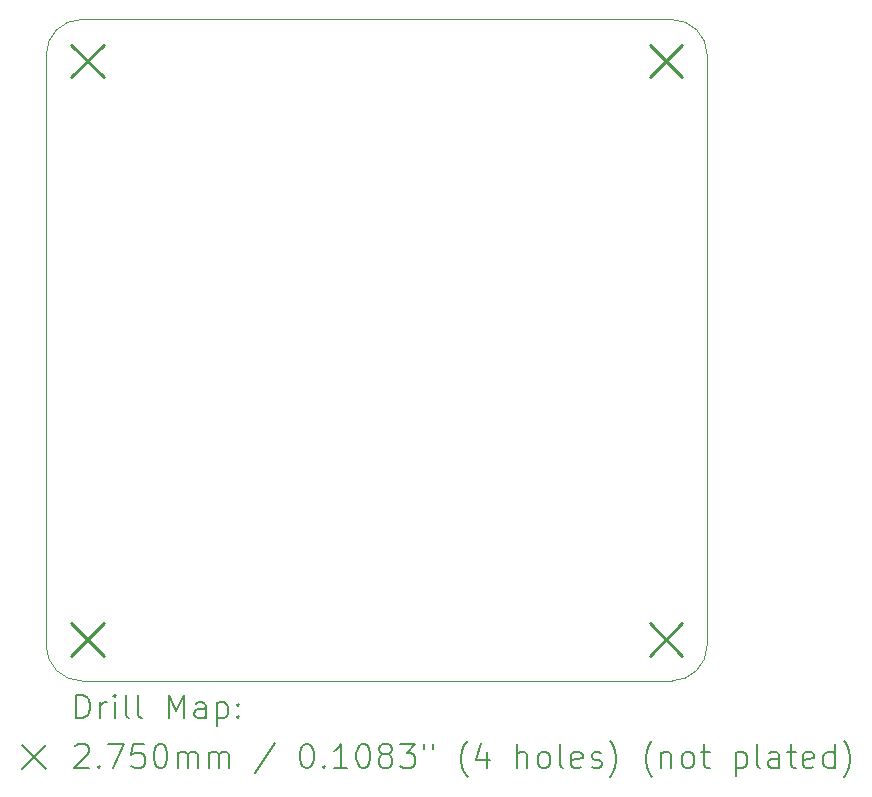
<source format=gbr>
%TF.GenerationSoftware,KiCad,Pcbnew,8.0.6*%
%TF.CreationDate,2024-10-19T21:44:49+02:00*%
%TF.ProjectId,595-PM-EXT,3539352d-504d-42d4-9558-542e6b696361,rev?*%
%TF.SameCoordinates,Original*%
%TF.FileFunction,Drillmap*%
%TF.FilePolarity,Positive*%
%FSLAX45Y45*%
G04 Gerber Fmt 4.5, Leading zero omitted, Abs format (unit mm)*
G04 Created by KiCad (PCBNEW 8.0.6) date 2024-10-19 21:44:49*
%MOMM*%
%LPD*%
G01*
G04 APERTURE LIST*
%ADD10C,0.100000*%
%ADD11C,0.200000*%
%ADD12C,0.275000*%
G04 APERTURE END LIST*
D10*
X10280000Y-10550000D02*
G75*
G02*
X9980000Y-10250000I0J300000D01*
G01*
X15576000Y-10250000D02*
G75*
G02*
X15276000Y-10550000I-300000J0D01*
G01*
X9980000Y-5250000D02*
X9980000Y-8650000D01*
X15276000Y-4950000D02*
G75*
G02*
X15576000Y-5250000I0J-300000D01*
G01*
X10280000Y-10550000D02*
X15276000Y-10550000D01*
X15276000Y-4950000D02*
X10280000Y-4950000D01*
X9980000Y-8650000D02*
X9980000Y-10250000D01*
X9980000Y-5250000D02*
G75*
G02*
X10280000Y-4950000I300000J0D01*
G01*
X15576000Y-10250000D02*
X15576000Y-5250000D01*
D11*
D12*
X10192500Y-5166500D02*
X10467500Y-5441500D01*
X10467500Y-5166500D02*
X10192500Y-5441500D01*
X10192500Y-10062500D02*
X10467500Y-10337500D01*
X10467500Y-10062500D02*
X10192500Y-10337500D01*
X15088500Y-5166500D02*
X15363500Y-5441500D01*
X15363500Y-5166500D02*
X15088500Y-5441500D01*
X15088500Y-10062500D02*
X15363500Y-10337500D01*
X15363500Y-10062500D02*
X15088500Y-10337500D01*
D11*
X10235777Y-10866484D02*
X10235777Y-10666484D01*
X10235777Y-10666484D02*
X10283396Y-10666484D01*
X10283396Y-10666484D02*
X10311967Y-10676008D01*
X10311967Y-10676008D02*
X10331015Y-10695055D01*
X10331015Y-10695055D02*
X10340539Y-10714103D01*
X10340539Y-10714103D02*
X10350063Y-10752198D01*
X10350063Y-10752198D02*
X10350063Y-10780770D01*
X10350063Y-10780770D02*
X10340539Y-10818865D01*
X10340539Y-10818865D02*
X10331015Y-10837912D01*
X10331015Y-10837912D02*
X10311967Y-10856960D01*
X10311967Y-10856960D02*
X10283396Y-10866484D01*
X10283396Y-10866484D02*
X10235777Y-10866484D01*
X10435777Y-10866484D02*
X10435777Y-10733150D01*
X10435777Y-10771246D02*
X10445301Y-10752198D01*
X10445301Y-10752198D02*
X10454824Y-10742674D01*
X10454824Y-10742674D02*
X10473872Y-10733150D01*
X10473872Y-10733150D02*
X10492920Y-10733150D01*
X10559586Y-10866484D02*
X10559586Y-10733150D01*
X10559586Y-10666484D02*
X10550063Y-10676008D01*
X10550063Y-10676008D02*
X10559586Y-10685531D01*
X10559586Y-10685531D02*
X10569110Y-10676008D01*
X10569110Y-10676008D02*
X10559586Y-10666484D01*
X10559586Y-10666484D02*
X10559586Y-10685531D01*
X10683396Y-10866484D02*
X10664348Y-10856960D01*
X10664348Y-10856960D02*
X10654824Y-10837912D01*
X10654824Y-10837912D02*
X10654824Y-10666484D01*
X10788158Y-10866484D02*
X10769110Y-10856960D01*
X10769110Y-10856960D02*
X10759586Y-10837912D01*
X10759586Y-10837912D02*
X10759586Y-10666484D01*
X11016729Y-10866484D02*
X11016729Y-10666484D01*
X11016729Y-10666484D02*
X11083396Y-10809341D01*
X11083396Y-10809341D02*
X11150063Y-10666484D01*
X11150063Y-10666484D02*
X11150063Y-10866484D01*
X11331015Y-10866484D02*
X11331015Y-10761722D01*
X11331015Y-10761722D02*
X11321491Y-10742674D01*
X11321491Y-10742674D02*
X11302443Y-10733150D01*
X11302443Y-10733150D02*
X11264348Y-10733150D01*
X11264348Y-10733150D02*
X11245301Y-10742674D01*
X11331015Y-10856960D02*
X11311967Y-10866484D01*
X11311967Y-10866484D02*
X11264348Y-10866484D01*
X11264348Y-10866484D02*
X11245301Y-10856960D01*
X11245301Y-10856960D02*
X11235777Y-10837912D01*
X11235777Y-10837912D02*
X11235777Y-10818865D01*
X11235777Y-10818865D02*
X11245301Y-10799817D01*
X11245301Y-10799817D02*
X11264348Y-10790293D01*
X11264348Y-10790293D02*
X11311967Y-10790293D01*
X11311967Y-10790293D02*
X11331015Y-10780770D01*
X11426253Y-10733150D02*
X11426253Y-10933150D01*
X11426253Y-10742674D02*
X11445301Y-10733150D01*
X11445301Y-10733150D02*
X11483396Y-10733150D01*
X11483396Y-10733150D02*
X11502443Y-10742674D01*
X11502443Y-10742674D02*
X11511967Y-10752198D01*
X11511967Y-10752198D02*
X11521491Y-10771246D01*
X11521491Y-10771246D02*
X11521491Y-10828389D01*
X11521491Y-10828389D02*
X11511967Y-10847436D01*
X11511967Y-10847436D02*
X11502443Y-10856960D01*
X11502443Y-10856960D02*
X11483396Y-10866484D01*
X11483396Y-10866484D02*
X11445301Y-10866484D01*
X11445301Y-10866484D02*
X11426253Y-10856960D01*
X11607205Y-10847436D02*
X11616729Y-10856960D01*
X11616729Y-10856960D02*
X11607205Y-10866484D01*
X11607205Y-10866484D02*
X11597682Y-10856960D01*
X11597682Y-10856960D02*
X11607205Y-10847436D01*
X11607205Y-10847436D02*
X11607205Y-10866484D01*
X11607205Y-10742674D02*
X11616729Y-10752198D01*
X11616729Y-10752198D02*
X11607205Y-10761722D01*
X11607205Y-10761722D02*
X11597682Y-10752198D01*
X11597682Y-10752198D02*
X11607205Y-10742674D01*
X11607205Y-10742674D02*
X11607205Y-10761722D01*
X9775000Y-11095000D02*
X9975000Y-11295000D01*
X9975000Y-11095000D02*
X9775000Y-11295000D01*
X10226253Y-11105531D02*
X10235777Y-11096008D01*
X10235777Y-11096008D02*
X10254824Y-11086484D01*
X10254824Y-11086484D02*
X10302444Y-11086484D01*
X10302444Y-11086484D02*
X10321491Y-11096008D01*
X10321491Y-11096008D02*
X10331015Y-11105531D01*
X10331015Y-11105531D02*
X10340539Y-11124579D01*
X10340539Y-11124579D02*
X10340539Y-11143627D01*
X10340539Y-11143627D02*
X10331015Y-11172198D01*
X10331015Y-11172198D02*
X10216729Y-11286484D01*
X10216729Y-11286484D02*
X10340539Y-11286484D01*
X10426253Y-11267436D02*
X10435777Y-11276960D01*
X10435777Y-11276960D02*
X10426253Y-11286484D01*
X10426253Y-11286484D02*
X10416729Y-11276960D01*
X10416729Y-11276960D02*
X10426253Y-11267436D01*
X10426253Y-11267436D02*
X10426253Y-11286484D01*
X10502444Y-11086484D02*
X10635777Y-11086484D01*
X10635777Y-11086484D02*
X10550063Y-11286484D01*
X10807205Y-11086484D02*
X10711967Y-11086484D01*
X10711967Y-11086484D02*
X10702444Y-11181722D01*
X10702444Y-11181722D02*
X10711967Y-11172198D01*
X10711967Y-11172198D02*
X10731015Y-11162674D01*
X10731015Y-11162674D02*
X10778634Y-11162674D01*
X10778634Y-11162674D02*
X10797682Y-11172198D01*
X10797682Y-11172198D02*
X10807205Y-11181722D01*
X10807205Y-11181722D02*
X10816729Y-11200769D01*
X10816729Y-11200769D02*
X10816729Y-11248388D01*
X10816729Y-11248388D02*
X10807205Y-11267436D01*
X10807205Y-11267436D02*
X10797682Y-11276960D01*
X10797682Y-11276960D02*
X10778634Y-11286484D01*
X10778634Y-11286484D02*
X10731015Y-11286484D01*
X10731015Y-11286484D02*
X10711967Y-11276960D01*
X10711967Y-11276960D02*
X10702444Y-11267436D01*
X10940539Y-11086484D02*
X10959586Y-11086484D01*
X10959586Y-11086484D02*
X10978634Y-11096008D01*
X10978634Y-11096008D02*
X10988158Y-11105531D01*
X10988158Y-11105531D02*
X10997682Y-11124579D01*
X10997682Y-11124579D02*
X11007205Y-11162674D01*
X11007205Y-11162674D02*
X11007205Y-11210293D01*
X11007205Y-11210293D02*
X10997682Y-11248388D01*
X10997682Y-11248388D02*
X10988158Y-11267436D01*
X10988158Y-11267436D02*
X10978634Y-11276960D01*
X10978634Y-11276960D02*
X10959586Y-11286484D01*
X10959586Y-11286484D02*
X10940539Y-11286484D01*
X10940539Y-11286484D02*
X10921491Y-11276960D01*
X10921491Y-11276960D02*
X10911967Y-11267436D01*
X10911967Y-11267436D02*
X10902444Y-11248388D01*
X10902444Y-11248388D02*
X10892920Y-11210293D01*
X10892920Y-11210293D02*
X10892920Y-11162674D01*
X10892920Y-11162674D02*
X10902444Y-11124579D01*
X10902444Y-11124579D02*
X10911967Y-11105531D01*
X10911967Y-11105531D02*
X10921491Y-11096008D01*
X10921491Y-11096008D02*
X10940539Y-11086484D01*
X11092920Y-11286484D02*
X11092920Y-11153150D01*
X11092920Y-11172198D02*
X11102444Y-11162674D01*
X11102444Y-11162674D02*
X11121491Y-11153150D01*
X11121491Y-11153150D02*
X11150063Y-11153150D01*
X11150063Y-11153150D02*
X11169110Y-11162674D01*
X11169110Y-11162674D02*
X11178634Y-11181722D01*
X11178634Y-11181722D02*
X11178634Y-11286484D01*
X11178634Y-11181722D02*
X11188158Y-11162674D01*
X11188158Y-11162674D02*
X11207205Y-11153150D01*
X11207205Y-11153150D02*
X11235777Y-11153150D01*
X11235777Y-11153150D02*
X11254824Y-11162674D01*
X11254824Y-11162674D02*
X11264348Y-11181722D01*
X11264348Y-11181722D02*
X11264348Y-11286484D01*
X11359586Y-11286484D02*
X11359586Y-11153150D01*
X11359586Y-11172198D02*
X11369110Y-11162674D01*
X11369110Y-11162674D02*
X11388158Y-11153150D01*
X11388158Y-11153150D02*
X11416729Y-11153150D01*
X11416729Y-11153150D02*
X11435777Y-11162674D01*
X11435777Y-11162674D02*
X11445301Y-11181722D01*
X11445301Y-11181722D02*
X11445301Y-11286484D01*
X11445301Y-11181722D02*
X11454824Y-11162674D01*
X11454824Y-11162674D02*
X11473872Y-11153150D01*
X11473872Y-11153150D02*
X11502443Y-11153150D01*
X11502443Y-11153150D02*
X11521491Y-11162674D01*
X11521491Y-11162674D02*
X11531015Y-11181722D01*
X11531015Y-11181722D02*
X11531015Y-11286484D01*
X11921491Y-11076960D02*
X11750063Y-11334103D01*
X12178634Y-11086484D02*
X12197682Y-11086484D01*
X12197682Y-11086484D02*
X12216729Y-11096008D01*
X12216729Y-11096008D02*
X12226253Y-11105531D01*
X12226253Y-11105531D02*
X12235777Y-11124579D01*
X12235777Y-11124579D02*
X12245301Y-11162674D01*
X12245301Y-11162674D02*
X12245301Y-11210293D01*
X12245301Y-11210293D02*
X12235777Y-11248388D01*
X12235777Y-11248388D02*
X12226253Y-11267436D01*
X12226253Y-11267436D02*
X12216729Y-11276960D01*
X12216729Y-11276960D02*
X12197682Y-11286484D01*
X12197682Y-11286484D02*
X12178634Y-11286484D01*
X12178634Y-11286484D02*
X12159586Y-11276960D01*
X12159586Y-11276960D02*
X12150063Y-11267436D01*
X12150063Y-11267436D02*
X12140539Y-11248388D01*
X12140539Y-11248388D02*
X12131015Y-11210293D01*
X12131015Y-11210293D02*
X12131015Y-11162674D01*
X12131015Y-11162674D02*
X12140539Y-11124579D01*
X12140539Y-11124579D02*
X12150063Y-11105531D01*
X12150063Y-11105531D02*
X12159586Y-11096008D01*
X12159586Y-11096008D02*
X12178634Y-11086484D01*
X12331015Y-11267436D02*
X12340539Y-11276960D01*
X12340539Y-11276960D02*
X12331015Y-11286484D01*
X12331015Y-11286484D02*
X12321491Y-11276960D01*
X12321491Y-11276960D02*
X12331015Y-11267436D01*
X12331015Y-11267436D02*
X12331015Y-11286484D01*
X12531015Y-11286484D02*
X12416729Y-11286484D01*
X12473872Y-11286484D02*
X12473872Y-11086484D01*
X12473872Y-11086484D02*
X12454825Y-11115055D01*
X12454825Y-11115055D02*
X12435777Y-11134103D01*
X12435777Y-11134103D02*
X12416729Y-11143627D01*
X12654825Y-11086484D02*
X12673872Y-11086484D01*
X12673872Y-11086484D02*
X12692920Y-11096008D01*
X12692920Y-11096008D02*
X12702444Y-11105531D01*
X12702444Y-11105531D02*
X12711967Y-11124579D01*
X12711967Y-11124579D02*
X12721491Y-11162674D01*
X12721491Y-11162674D02*
X12721491Y-11210293D01*
X12721491Y-11210293D02*
X12711967Y-11248388D01*
X12711967Y-11248388D02*
X12702444Y-11267436D01*
X12702444Y-11267436D02*
X12692920Y-11276960D01*
X12692920Y-11276960D02*
X12673872Y-11286484D01*
X12673872Y-11286484D02*
X12654825Y-11286484D01*
X12654825Y-11286484D02*
X12635777Y-11276960D01*
X12635777Y-11276960D02*
X12626253Y-11267436D01*
X12626253Y-11267436D02*
X12616729Y-11248388D01*
X12616729Y-11248388D02*
X12607206Y-11210293D01*
X12607206Y-11210293D02*
X12607206Y-11162674D01*
X12607206Y-11162674D02*
X12616729Y-11124579D01*
X12616729Y-11124579D02*
X12626253Y-11105531D01*
X12626253Y-11105531D02*
X12635777Y-11096008D01*
X12635777Y-11096008D02*
X12654825Y-11086484D01*
X12835777Y-11172198D02*
X12816729Y-11162674D01*
X12816729Y-11162674D02*
X12807206Y-11153150D01*
X12807206Y-11153150D02*
X12797682Y-11134103D01*
X12797682Y-11134103D02*
X12797682Y-11124579D01*
X12797682Y-11124579D02*
X12807206Y-11105531D01*
X12807206Y-11105531D02*
X12816729Y-11096008D01*
X12816729Y-11096008D02*
X12835777Y-11086484D01*
X12835777Y-11086484D02*
X12873872Y-11086484D01*
X12873872Y-11086484D02*
X12892920Y-11096008D01*
X12892920Y-11096008D02*
X12902444Y-11105531D01*
X12902444Y-11105531D02*
X12911967Y-11124579D01*
X12911967Y-11124579D02*
X12911967Y-11134103D01*
X12911967Y-11134103D02*
X12902444Y-11153150D01*
X12902444Y-11153150D02*
X12892920Y-11162674D01*
X12892920Y-11162674D02*
X12873872Y-11172198D01*
X12873872Y-11172198D02*
X12835777Y-11172198D01*
X12835777Y-11172198D02*
X12816729Y-11181722D01*
X12816729Y-11181722D02*
X12807206Y-11191246D01*
X12807206Y-11191246D02*
X12797682Y-11210293D01*
X12797682Y-11210293D02*
X12797682Y-11248388D01*
X12797682Y-11248388D02*
X12807206Y-11267436D01*
X12807206Y-11267436D02*
X12816729Y-11276960D01*
X12816729Y-11276960D02*
X12835777Y-11286484D01*
X12835777Y-11286484D02*
X12873872Y-11286484D01*
X12873872Y-11286484D02*
X12892920Y-11276960D01*
X12892920Y-11276960D02*
X12902444Y-11267436D01*
X12902444Y-11267436D02*
X12911967Y-11248388D01*
X12911967Y-11248388D02*
X12911967Y-11210293D01*
X12911967Y-11210293D02*
X12902444Y-11191246D01*
X12902444Y-11191246D02*
X12892920Y-11181722D01*
X12892920Y-11181722D02*
X12873872Y-11172198D01*
X12978634Y-11086484D02*
X13102444Y-11086484D01*
X13102444Y-11086484D02*
X13035777Y-11162674D01*
X13035777Y-11162674D02*
X13064348Y-11162674D01*
X13064348Y-11162674D02*
X13083396Y-11172198D01*
X13083396Y-11172198D02*
X13092920Y-11181722D01*
X13092920Y-11181722D02*
X13102444Y-11200769D01*
X13102444Y-11200769D02*
X13102444Y-11248388D01*
X13102444Y-11248388D02*
X13092920Y-11267436D01*
X13092920Y-11267436D02*
X13083396Y-11276960D01*
X13083396Y-11276960D02*
X13064348Y-11286484D01*
X13064348Y-11286484D02*
X13007206Y-11286484D01*
X13007206Y-11286484D02*
X12988158Y-11276960D01*
X12988158Y-11276960D02*
X12978634Y-11267436D01*
X13178634Y-11086484D02*
X13178634Y-11124579D01*
X13254825Y-11086484D02*
X13254825Y-11124579D01*
X13550063Y-11362674D02*
X13540539Y-11353150D01*
X13540539Y-11353150D02*
X13521491Y-11324579D01*
X13521491Y-11324579D02*
X13511968Y-11305531D01*
X13511968Y-11305531D02*
X13502444Y-11276960D01*
X13502444Y-11276960D02*
X13492920Y-11229341D01*
X13492920Y-11229341D02*
X13492920Y-11191246D01*
X13492920Y-11191246D02*
X13502444Y-11143627D01*
X13502444Y-11143627D02*
X13511968Y-11115055D01*
X13511968Y-11115055D02*
X13521491Y-11096008D01*
X13521491Y-11096008D02*
X13540539Y-11067436D01*
X13540539Y-11067436D02*
X13550063Y-11057912D01*
X13711968Y-11153150D02*
X13711968Y-11286484D01*
X13664348Y-11076960D02*
X13616729Y-11219817D01*
X13616729Y-11219817D02*
X13740539Y-11219817D01*
X13969110Y-11286484D02*
X13969110Y-11086484D01*
X14054825Y-11286484D02*
X14054825Y-11181722D01*
X14054825Y-11181722D02*
X14045301Y-11162674D01*
X14045301Y-11162674D02*
X14026253Y-11153150D01*
X14026253Y-11153150D02*
X13997682Y-11153150D01*
X13997682Y-11153150D02*
X13978634Y-11162674D01*
X13978634Y-11162674D02*
X13969110Y-11172198D01*
X14178634Y-11286484D02*
X14159587Y-11276960D01*
X14159587Y-11276960D02*
X14150063Y-11267436D01*
X14150063Y-11267436D02*
X14140539Y-11248388D01*
X14140539Y-11248388D02*
X14140539Y-11191246D01*
X14140539Y-11191246D02*
X14150063Y-11172198D01*
X14150063Y-11172198D02*
X14159587Y-11162674D01*
X14159587Y-11162674D02*
X14178634Y-11153150D01*
X14178634Y-11153150D02*
X14207206Y-11153150D01*
X14207206Y-11153150D02*
X14226253Y-11162674D01*
X14226253Y-11162674D02*
X14235777Y-11172198D01*
X14235777Y-11172198D02*
X14245301Y-11191246D01*
X14245301Y-11191246D02*
X14245301Y-11248388D01*
X14245301Y-11248388D02*
X14235777Y-11267436D01*
X14235777Y-11267436D02*
X14226253Y-11276960D01*
X14226253Y-11276960D02*
X14207206Y-11286484D01*
X14207206Y-11286484D02*
X14178634Y-11286484D01*
X14359587Y-11286484D02*
X14340539Y-11276960D01*
X14340539Y-11276960D02*
X14331015Y-11257912D01*
X14331015Y-11257912D02*
X14331015Y-11086484D01*
X14511968Y-11276960D02*
X14492920Y-11286484D01*
X14492920Y-11286484D02*
X14454825Y-11286484D01*
X14454825Y-11286484D02*
X14435777Y-11276960D01*
X14435777Y-11276960D02*
X14426253Y-11257912D01*
X14426253Y-11257912D02*
X14426253Y-11181722D01*
X14426253Y-11181722D02*
X14435777Y-11162674D01*
X14435777Y-11162674D02*
X14454825Y-11153150D01*
X14454825Y-11153150D02*
X14492920Y-11153150D01*
X14492920Y-11153150D02*
X14511968Y-11162674D01*
X14511968Y-11162674D02*
X14521491Y-11181722D01*
X14521491Y-11181722D02*
X14521491Y-11200769D01*
X14521491Y-11200769D02*
X14426253Y-11219817D01*
X14597682Y-11276960D02*
X14616730Y-11286484D01*
X14616730Y-11286484D02*
X14654825Y-11286484D01*
X14654825Y-11286484D02*
X14673872Y-11276960D01*
X14673872Y-11276960D02*
X14683396Y-11257912D01*
X14683396Y-11257912D02*
X14683396Y-11248388D01*
X14683396Y-11248388D02*
X14673872Y-11229341D01*
X14673872Y-11229341D02*
X14654825Y-11219817D01*
X14654825Y-11219817D02*
X14626253Y-11219817D01*
X14626253Y-11219817D02*
X14607206Y-11210293D01*
X14607206Y-11210293D02*
X14597682Y-11191246D01*
X14597682Y-11191246D02*
X14597682Y-11181722D01*
X14597682Y-11181722D02*
X14607206Y-11162674D01*
X14607206Y-11162674D02*
X14626253Y-11153150D01*
X14626253Y-11153150D02*
X14654825Y-11153150D01*
X14654825Y-11153150D02*
X14673872Y-11162674D01*
X14750063Y-11362674D02*
X14759587Y-11353150D01*
X14759587Y-11353150D02*
X14778634Y-11324579D01*
X14778634Y-11324579D02*
X14788158Y-11305531D01*
X14788158Y-11305531D02*
X14797682Y-11276960D01*
X14797682Y-11276960D02*
X14807206Y-11229341D01*
X14807206Y-11229341D02*
X14807206Y-11191246D01*
X14807206Y-11191246D02*
X14797682Y-11143627D01*
X14797682Y-11143627D02*
X14788158Y-11115055D01*
X14788158Y-11115055D02*
X14778634Y-11096008D01*
X14778634Y-11096008D02*
X14759587Y-11067436D01*
X14759587Y-11067436D02*
X14750063Y-11057912D01*
X15111968Y-11362674D02*
X15102444Y-11353150D01*
X15102444Y-11353150D02*
X15083396Y-11324579D01*
X15083396Y-11324579D02*
X15073872Y-11305531D01*
X15073872Y-11305531D02*
X15064349Y-11276960D01*
X15064349Y-11276960D02*
X15054825Y-11229341D01*
X15054825Y-11229341D02*
X15054825Y-11191246D01*
X15054825Y-11191246D02*
X15064349Y-11143627D01*
X15064349Y-11143627D02*
X15073872Y-11115055D01*
X15073872Y-11115055D02*
X15083396Y-11096008D01*
X15083396Y-11096008D02*
X15102444Y-11067436D01*
X15102444Y-11067436D02*
X15111968Y-11057912D01*
X15188158Y-11153150D02*
X15188158Y-11286484D01*
X15188158Y-11172198D02*
X15197682Y-11162674D01*
X15197682Y-11162674D02*
X15216730Y-11153150D01*
X15216730Y-11153150D02*
X15245301Y-11153150D01*
X15245301Y-11153150D02*
X15264349Y-11162674D01*
X15264349Y-11162674D02*
X15273872Y-11181722D01*
X15273872Y-11181722D02*
X15273872Y-11286484D01*
X15397682Y-11286484D02*
X15378634Y-11276960D01*
X15378634Y-11276960D02*
X15369111Y-11267436D01*
X15369111Y-11267436D02*
X15359587Y-11248388D01*
X15359587Y-11248388D02*
X15359587Y-11191246D01*
X15359587Y-11191246D02*
X15369111Y-11172198D01*
X15369111Y-11172198D02*
X15378634Y-11162674D01*
X15378634Y-11162674D02*
X15397682Y-11153150D01*
X15397682Y-11153150D02*
X15426253Y-11153150D01*
X15426253Y-11153150D02*
X15445301Y-11162674D01*
X15445301Y-11162674D02*
X15454825Y-11172198D01*
X15454825Y-11172198D02*
X15464349Y-11191246D01*
X15464349Y-11191246D02*
X15464349Y-11248388D01*
X15464349Y-11248388D02*
X15454825Y-11267436D01*
X15454825Y-11267436D02*
X15445301Y-11276960D01*
X15445301Y-11276960D02*
X15426253Y-11286484D01*
X15426253Y-11286484D02*
X15397682Y-11286484D01*
X15521492Y-11153150D02*
X15597682Y-11153150D01*
X15550063Y-11086484D02*
X15550063Y-11257912D01*
X15550063Y-11257912D02*
X15559587Y-11276960D01*
X15559587Y-11276960D02*
X15578634Y-11286484D01*
X15578634Y-11286484D02*
X15597682Y-11286484D01*
X15816730Y-11153150D02*
X15816730Y-11353150D01*
X15816730Y-11162674D02*
X15835777Y-11153150D01*
X15835777Y-11153150D02*
X15873873Y-11153150D01*
X15873873Y-11153150D02*
X15892920Y-11162674D01*
X15892920Y-11162674D02*
X15902444Y-11172198D01*
X15902444Y-11172198D02*
X15911968Y-11191246D01*
X15911968Y-11191246D02*
X15911968Y-11248388D01*
X15911968Y-11248388D02*
X15902444Y-11267436D01*
X15902444Y-11267436D02*
X15892920Y-11276960D01*
X15892920Y-11276960D02*
X15873873Y-11286484D01*
X15873873Y-11286484D02*
X15835777Y-11286484D01*
X15835777Y-11286484D02*
X15816730Y-11276960D01*
X16026253Y-11286484D02*
X16007206Y-11276960D01*
X16007206Y-11276960D02*
X15997682Y-11257912D01*
X15997682Y-11257912D02*
X15997682Y-11086484D01*
X16188158Y-11286484D02*
X16188158Y-11181722D01*
X16188158Y-11181722D02*
X16178634Y-11162674D01*
X16178634Y-11162674D02*
X16159587Y-11153150D01*
X16159587Y-11153150D02*
X16121492Y-11153150D01*
X16121492Y-11153150D02*
X16102444Y-11162674D01*
X16188158Y-11276960D02*
X16169111Y-11286484D01*
X16169111Y-11286484D02*
X16121492Y-11286484D01*
X16121492Y-11286484D02*
X16102444Y-11276960D01*
X16102444Y-11276960D02*
X16092920Y-11257912D01*
X16092920Y-11257912D02*
X16092920Y-11238865D01*
X16092920Y-11238865D02*
X16102444Y-11219817D01*
X16102444Y-11219817D02*
X16121492Y-11210293D01*
X16121492Y-11210293D02*
X16169111Y-11210293D01*
X16169111Y-11210293D02*
X16188158Y-11200769D01*
X16254825Y-11153150D02*
X16331015Y-11153150D01*
X16283396Y-11086484D02*
X16283396Y-11257912D01*
X16283396Y-11257912D02*
X16292920Y-11276960D01*
X16292920Y-11276960D02*
X16311968Y-11286484D01*
X16311968Y-11286484D02*
X16331015Y-11286484D01*
X16473873Y-11276960D02*
X16454825Y-11286484D01*
X16454825Y-11286484D02*
X16416730Y-11286484D01*
X16416730Y-11286484D02*
X16397682Y-11276960D01*
X16397682Y-11276960D02*
X16388158Y-11257912D01*
X16388158Y-11257912D02*
X16388158Y-11181722D01*
X16388158Y-11181722D02*
X16397682Y-11162674D01*
X16397682Y-11162674D02*
X16416730Y-11153150D01*
X16416730Y-11153150D02*
X16454825Y-11153150D01*
X16454825Y-11153150D02*
X16473873Y-11162674D01*
X16473873Y-11162674D02*
X16483396Y-11181722D01*
X16483396Y-11181722D02*
X16483396Y-11200769D01*
X16483396Y-11200769D02*
X16388158Y-11219817D01*
X16654825Y-11286484D02*
X16654825Y-11086484D01*
X16654825Y-11276960D02*
X16635777Y-11286484D01*
X16635777Y-11286484D02*
X16597682Y-11286484D01*
X16597682Y-11286484D02*
X16578634Y-11276960D01*
X16578634Y-11276960D02*
X16569111Y-11267436D01*
X16569111Y-11267436D02*
X16559587Y-11248388D01*
X16559587Y-11248388D02*
X16559587Y-11191246D01*
X16559587Y-11191246D02*
X16569111Y-11172198D01*
X16569111Y-11172198D02*
X16578634Y-11162674D01*
X16578634Y-11162674D02*
X16597682Y-11153150D01*
X16597682Y-11153150D02*
X16635777Y-11153150D01*
X16635777Y-11153150D02*
X16654825Y-11162674D01*
X16731015Y-11362674D02*
X16740539Y-11353150D01*
X16740539Y-11353150D02*
X16759587Y-11324579D01*
X16759587Y-11324579D02*
X16769111Y-11305531D01*
X16769111Y-11305531D02*
X16778635Y-11276960D01*
X16778635Y-11276960D02*
X16788158Y-11229341D01*
X16788158Y-11229341D02*
X16788158Y-11191246D01*
X16788158Y-11191246D02*
X16778635Y-11143627D01*
X16778635Y-11143627D02*
X16769111Y-11115055D01*
X16769111Y-11115055D02*
X16759587Y-11096008D01*
X16759587Y-11096008D02*
X16740539Y-11067436D01*
X16740539Y-11067436D02*
X16731015Y-11057912D01*
M02*

</source>
